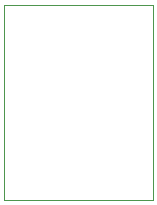
<source format=gbr>
%TF.GenerationSoftware,KiCad,Pcbnew,9.0.2*%
%TF.CreationDate,2025-11-02T17:25:33-06:00*%
%TF.ProjectId,just proximity actually,6a757374-2070-4726-9f78-696d69747920,rev?*%
%TF.SameCoordinates,Original*%
%TF.FileFunction,Profile,NP*%
%FSLAX46Y46*%
G04 Gerber Fmt 4.6, Leading zero omitted, Abs format (unit mm)*
G04 Created by KiCad (PCBNEW 9.0.2) date 2025-11-02 17:25:33*
%MOMM*%
%LPD*%
G01*
G04 APERTURE LIST*
%TA.AperFunction,Profile*%
%ADD10C,0.050000*%
%TD*%
G04 APERTURE END LIST*
D10*
X115100000Y-86600000D02*
X127700000Y-86600000D01*
X127700000Y-103100000D01*
X115100000Y-103100000D01*
X115100000Y-86600000D01*
M02*

</source>
